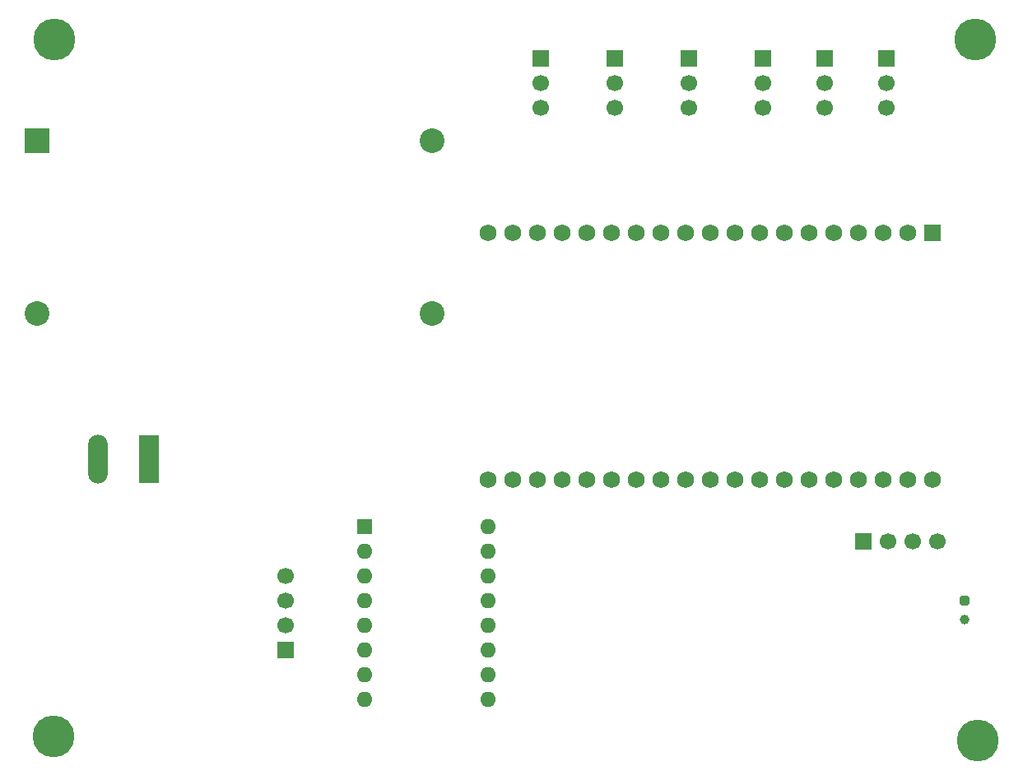
<source format=gbs>
%TF.GenerationSoftware,KiCad,Pcbnew,9.0.4*%
%TF.CreationDate,2025-11-20T23:01:35-05:00*%
%TF.ProjectId,Hand_System_Rev_1,48616e64-5f53-4797-9374-656d5f526576,rev?*%
%TF.SameCoordinates,Original*%
%TF.FileFunction,Soldermask,Bot*%
%TF.FilePolarity,Negative*%
%FSLAX46Y46*%
G04 Gerber Fmt 4.6, Leading zero omitted, Abs format (unit mm)*
G04 Created by KiCad (PCBNEW 9.0.4) date 2025-11-20 23:01:35*
%MOMM*%
%LPD*%
G01*
G04 APERTURE LIST*
G04 Aperture macros list*
%AMRoundRect*
0 Rectangle with rounded corners*
0 $1 Rounding radius*
0 $2 $3 $4 $5 $6 $7 $8 $9 X,Y pos of 4 corners*
0 Add a 4 corners polygon primitive as box body*
4,1,4,$2,$3,$4,$5,$6,$7,$8,$9,$2,$3,0*
0 Add four circle primitives for the rounded corners*
1,1,$1+$1,$2,$3*
1,1,$1+$1,$4,$5*
1,1,$1+$1,$6,$7*
1,1,$1+$1,$8,$9*
0 Add four rect primitives between the rounded corners*
20,1,$1+$1,$2,$3,$4,$5,0*
20,1,$1+$1,$4,$5,$6,$7,0*
20,1,$1+$1,$6,$7,$8,$9,0*
20,1,$1+$1,$8,$9,$2,$3,0*%
G04 Aperture macros list end*
%ADD10R,1.700000X1.700000*%
%ADD11C,1.700000*%
%ADD12R,2.020000X5.020000*%
%ADD13O,2.020000X5.020000*%
%ADD14C,4.300000*%
%ADD15R,1.600000X1.600000*%
%ADD16O,1.600000X1.600000*%
%ADD17RoundRect,0.250000X-0.250000X0.250000X-0.250000X-0.250000X0.250000X-0.250000X0.250000X0.250000X0*%
%ADD18C,1.000000*%
%ADD19RoundRect,0.102000X-0.765000X0.765000X-0.765000X-0.765000X0.765000X-0.765000X0.765000X0.765000X0*%
%ADD20C,1.734000*%
%ADD21R,2.540000X2.540000*%
%ADD22C,2.540000*%
G04 APERTURE END LIST*
D10*
%TO.C,M5*%
X151765000Y-57785000D03*
D11*
X151765000Y-60325000D03*
X151765000Y-62865000D03*
%TD*%
D10*
%TO.C,M4*%
X159385000Y-57785000D03*
D11*
X159385000Y-60325000D03*
X159385000Y-62865000D03*
%TD*%
D10*
%TO.C,U4*%
X184992000Y-107524000D03*
D11*
X187532000Y-107524000D03*
X190072000Y-107524000D03*
X192612000Y-107524000D03*
%TD*%
D12*
%TO.C,J1*%
X111468000Y-99020000D03*
D13*
X106288000Y-99020000D03*
%TD*%
D14*
%TO.C,H4*%
X196750000Y-128000000D03*
%TD*%
%TO.C,H1*%
X196500000Y-55850000D03*
%TD*%
D15*
%TO.C,U3*%
X133684000Y-106000000D03*
D16*
X133684000Y-108540000D03*
X133684000Y-111080000D03*
X133684000Y-113620000D03*
X133684000Y-116160000D03*
X133684000Y-118700000D03*
X133684000Y-121240000D03*
X133684000Y-123780000D03*
X146384000Y-123780000D03*
X146384000Y-121240000D03*
X146384000Y-118700000D03*
X146384000Y-116160000D03*
X146384000Y-113620000D03*
X146384000Y-111080000D03*
X146384000Y-108540000D03*
X146384000Y-106000000D03*
%TD*%
D10*
%TO.C,M3*%
X167005000Y-57785000D03*
D11*
X167005000Y-60325000D03*
X167005000Y-62865000D03*
%TD*%
D10*
%TO.C,M7*%
X125556000Y-118700000D03*
D11*
X125556000Y-116160000D03*
X125556000Y-113620000D03*
X125556000Y-111080000D03*
%TD*%
D10*
%TO.C,M1*%
X187325000Y-57785000D03*
D11*
X187325000Y-60325000D03*
X187325000Y-62865000D03*
%TD*%
D17*
%TO.C,MK1*%
X195406000Y-113620000D03*
D18*
X195406000Y-115520000D03*
%TD*%
D10*
%TO.C,M2*%
X180975000Y-57785000D03*
D11*
X180975000Y-60325000D03*
X180975000Y-62865000D03*
%TD*%
D10*
%TO.C,M6*%
X174625000Y-57785000D03*
D11*
X174625000Y-60325000D03*
X174625000Y-62865000D03*
%TD*%
D14*
%TO.C,H3*%
X101680000Y-127590000D03*
%TD*%
D19*
%TO.C,U1*%
X192104000Y-75774000D03*
D20*
X189564000Y-75774000D03*
X187024000Y-75774000D03*
X184484000Y-75774000D03*
X181944000Y-75774000D03*
X179404000Y-75774000D03*
X176864000Y-75774000D03*
X174324000Y-75774000D03*
X171784000Y-75774000D03*
X169244000Y-75774000D03*
X166704000Y-75774000D03*
X164164000Y-75774000D03*
X161624000Y-75774000D03*
X159084000Y-75774000D03*
X156544000Y-75774000D03*
X154004000Y-75774000D03*
X151464000Y-75774000D03*
X148924000Y-75774000D03*
X146384000Y-75774000D03*
X146384000Y-101174000D03*
X148924000Y-101174000D03*
X151464000Y-101174000D03*
X154004000Y-101174000D03*
X156544000Y-101174000D03*
X159084000Y-101174000D03*
X161624000Y-101174000D03*
X164164000Y-101174000D03*
X166704000Y-101174000D03*
X169244000Y-101174000D03*
X171784000Y-101174000D03*
X174324000Y-101174000D03*
X176864000Y-101174000D03*
X179404000Y-101174000D03*
X181944000Y-101174000D03*
X184484000Y-101174000D03*
X187024000Y-101174000D03*
X189564000Y-101174000D03*
X192104000Y-101174000D03*
%TD*%
D21*
%TO.C,U2*%
X99950000Y-66270000D03*
D22*
X99950000Y-84050000D03*
X140590000Y-84050000D03*
X140590000Y-66270000D03*
%TD*%
D14*
%TO.C,H2*%
X101745732Y-55879828D03*
%TD*%
M02*

</source>
